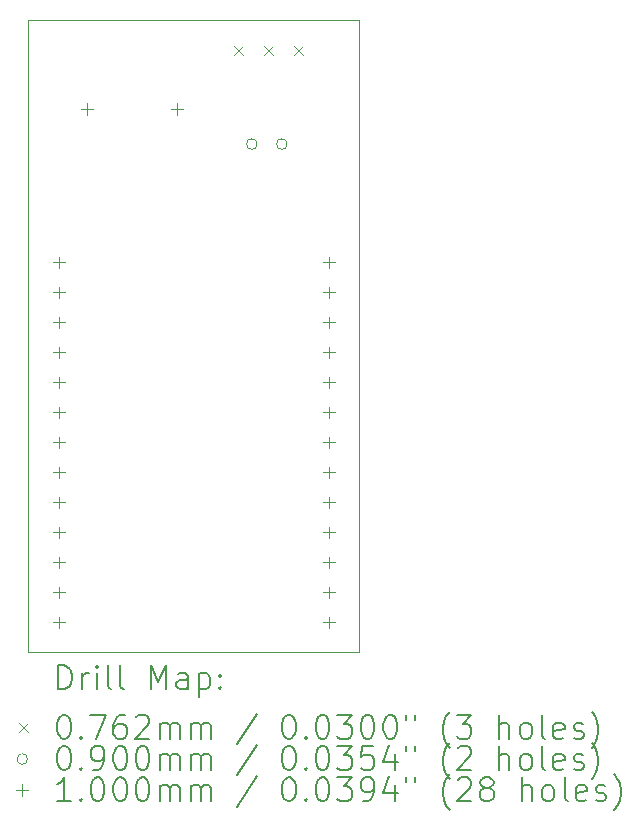
<source format=gbr>
%TF.GenerationSoftware,KiCad,Pcbnew,8.0.0*%
%TF.CreationDate,2024-03-10T12:56:01+01:00*%
%TF.ProjectId,mailboxguard_shield,6d61696c-626f-4786-9775-6172645f7368,rev?*%
%TF.SameCoordinates,Original*%
%TF.FileFunction,Drillmap*%
%TF.FilePolarity,Positive*%
%FSLAX45Y45*%
G04 Gerber Fmt 4.5, Leading zero omitted, Abs format (unit mm)*
G04 Created by KiCad (PCBNEW 8.0.0) date 2024-03-10 12:56:01*
%MOMM*%
%LPD*%
G01*
G04 APERTURE LIST*
%ADD10C,0.050000*%
%ADD11C,0.200000*%
%ADD12C,0.100000*%
G04 APERTURE END LIST*
D10*
X7450000Y-2900000D02*
X10250000Y-2900000D01*
X10250000Y-8250000D01*
X7450000Y-8250000D01*
X7450000Y-2900000D01*
D11*
D12*
X9191574Y-3115944D02*
X9267774Y-3192144D01*
X9267774Y-3115944D02*
X9191574Y-3192144D01*
X9445574Y-3115944D02*
X9521774Y-3192144D01*
X9521774Y-3115944D02*
X9445574Y-3192144D01*
X9699574Y-3115944D02*
X9775774Y-3192144D01*
X9775774Y-3115944D02*
X9699574Y-3192144D01*
X9391000Y-3950000D02*
G75*
G02*
X9301000Y-3950000I-45000J0D01*
G01*
X9301000Y-3950000D02*
G75*
G02*
X9391000Y-3950000I45000J0D01*
G01*
X9645000Y-3950000D02*
G75*
G02*
X9555000Y-3950000I-45000J0D01*
G01*
X9555000Y-3950000D02*
G75*
G02*
X9645000Y-3950000I45000J0D01*
G01*
X7714000Y-4902000D02*
X7714000Y-5002000D01*
X7664000Y-4952000D02*
X7764000Y-4952000D01*
X7714000Y-5156000D02*
X7714000Y-5256000D01*
X7664000Y-5206000D02*
X7764000Y-5206000D01*
X7714000Y-5410000D02*
X7714000Y-5510000D01*
X7664000Y-5460000D02*
X7764000Y-5460000D01*
X7714000Y-5664000D02*
X7714000Y-5764000D01*
X7664000Y-5714000D02*
X7764000Y-5714000D01*
X7714000Y-5918000D02*
X7714000Y-6018000D01*
X7664000Y-5968000D02*
X7764000Y-5968000D01*
X7714000Y-6172000D02*
X7714000Y-6272000D01*
X7664000Y-6222000D02*
X7764000Y-6222000D01*
X7714000Y-6426000D02*
X7714000Y-6526000D01*
X7664000Y-6476000D02*
X7764000Y-6476000D01*
X7714000Y-6680000D02*
X7714000Y-6780000D01*
X7664000Y-6730000D02*
X7764000Y-6730000D01*
X7714000Y-6934000D02*
X7714000Y-7034000D01*
X7664000Y-6984000D02*
X7764000Y-6984000D01*
X7714000Y-7188000D02*
X7714000Y-7288000D01*
X7664000Y-7238000D02*
X7764000Y-7238000D01*
X7714000Y-7442000D02*
X7714000Y-7542000D01*
X7664000Y-7492000D02*
X7764000Y-7492000D01*
X7714000Y-7696000D02*
X7714000Y-7796000D01*
X7664000Y-7746000D02*
X7764000Y-7746000D01*
X7714000Y-7950000D02*
X7714000Y-8050000D01*
X7664000Y-8000000D02*
X7764000Y-8000000D01*
X7950000Y-3600000D02*
X7950000Y-3700000D01*
X7900000Y-3650000D02*
X8000000Y-3650000D01*
X8710000Y-3600000D02*
X8710000Y-3700000D01*
X8660000Y-3650000D02*
X8760000Y-3650000D01*
X10000000Y-4902000D02*
X10000000Y-5002000D01*
X9950000Y-4952000D02*
X10050000Y-4952000D01*
X10000000Y-5156000D02*
X10000000Y-5256000D01*
X9950000Y-5206000D02*
X10050000Y-5206000D01*
X10000000Y-5410000D02*
X10000000Y-5510000D01*
X9950000Y-5460000D02*
X10050000Y-5460000D01*
X10000000Y-5664000D02*
X10000000Y-5764000D01*
X9950000Y-5714000D02*
X10050000Y-5714000D01*
X10000000Y-5918000D02*
X10000000Y-6018000D01*
X9950000Y-5968000D02*
X10050000Y-5968000D01*
X10000000Y-6172000D02*
X10000000Y-6272000D01*
X9950000Y-6222000D02*
X10050000Y-6222000D01*
X10000000Y-6426000D02*
X10000000Y-6526000D01*
X9950000Y-6476000D02*
X10050000Y-6476000D01*
X10000000Y-6680000D02*
X10000000Y-6780000D01*
X9950000Y-6730000D02*
X10050000Y-6730000D01*
X10000000Y-6934000D02*
X10000000Y-7034000D01*
X9950000Y-6984000D02*
X10050000Y-6984000D01*
X10000000Y-7188000D02*
X10000000Y-7288000D01*
X9950000Y-7238000D02*
X10050000Y-7238000D01*
X10000000Y-7442000D02*
X10000000Y-7542000D01*
X9950000Y-7492000D02*
X10050000Y-7492000D01*
X10000000Y-7696000D02*
X10000000Y-7796000D01*
X9950000Y-7746000D02*
X10050000Y-7746000D01*
X10000000Y-7950000D02*
X10000000Y-8050000D01*
X9950000Y-8000000D02*
X10050000Y-8000000D01*
D11*
X7708277Y-8563984D02*
X7708277Y-8363984D01*
X7708277Y-8363984D02*
X7755896Y-8363984D01*
X7755896Y-8363984D02*
X7784467Y-8373508D01*
X7784467Y-8373508D02*
X7803515Y-8392555D01*
X7803515Y-8392555D02*
X7813039Y-8411603D01*
X7813039Y-8411603D02*
X7822562Y-8449698D01*
X7822562Y-8449698D02*
X7822562Y-8478270D01*
X7822562Y-8478270D02*
X7813039Y-8516365D01*
X7813039Y-8516365D02*
X7803515Y-8535412D01*
X7803515Y-8535412D02*
X7784467Y-8554460D01*
X7784467Y-8554460D02*
X7755896Y-8563984D01*
X7755896Y-8563984D02*
X7708277Y-8563984D01*
X7908277Y-8563984D02*
X7908277Y-8430650D01*
X7908277Y-8468746D02*
X7917801Y-8449698D01*
X7917801Y-8449698D02*
X7927324Y-8440174D01*
X7927324Y-8440174D02*
X7946372Y-8430650D01*
X7946372Y-8430650D02*
X7965420Y-8430650D01*
X8032086Y-8563984D02*
X8032086Y-8430650D01*
X8032086Y-8363984D02*
X8022562Y-8373508D01*
X8022562Y-8373508D02*
X8032086Y-8383031D01*
X8032086Y-8383031D02*
X8041610Y-8373508D01*
X8041610Y-8373508D02*
X8032086Y-8363984D01*
X8032086Y-8363984D02*
X8032086Y-8383031D01*
X8155896Y-8563984D02*
X8136848Y-8554460D01*
X8136848Y-8554460D02*
X8127324Y-8535412D01*
X8127324Y-8535412D02*
X8127324Y-8363984D01*
X8260658Y-8563984D02*
X8241610Y-8554460D01*
X8241610Y-8554460D02*
X8232086Y-8535412D01*
X8232086Y-8535412D02*
X8232086Y-8363984D01*
X8489229Y-8563984D02*
X8489229Y-8363984D01*
X8489229Y-8363984D02*
X8555896Y-8506841D01*
X8555896Y-8506841D02*
X8622563Y-8363984D01*
X8622563Y-8363984D02*
X8622563Y-8563984D01*
X8803515Y-8563984D02*
X8803515Y-8459222D01*
X8803515Y-8459222D02*
X8793991Y-8440174D01*
X8793991Y-8440174D02*
X8774944Y-8430650D01*
X8774944Y-8430650D02*
X8736848Y-8430650D01*
X8736848Y-8430650D02*
X8717801Y-8440174D01*
X8803515Y-8554460D02*
X8784467Y-8563984D01*
X8784467Y-8563984D02*
X8736848Y-8563984D01*
X8736848Y-8563984D02*
X8717801Y-8554460D01*
X8717801Y-8554460D02*
X8708277Y-8535412D01*
X8708277Y-8535412D02*
X8708277Y-8516365D01*
X8708277Y-8516365D02*
X8717801Y-8497317D01*
X8717801Y-8497317D02*
X8736848Y-8487793D01*
X8736848Y-8487793D02*
X8784467Y-8487793D01*
X8784467Y-8487793D02*
X8803515Y-8478270D01*
X8898753Y-8430650D02*
X8898753Y-8630650D01*
X8898753Y-8440174D02*
X8917801Y-8430650D01*
X8917801Y-8430650D02*
X8955896Y-8430650D01*
X8955896Y-8430650D02*
X8974944Y-8440174D01*
X8974944Y-8440174D02*
X8984467Y-8449698D01*
X8984467Y-8449698D02*
X8993991Y-8468746D01*
X8993991Y-8468746D02*
X8993991Y-8525889D01*
X8993991Y-8525889D02*
X8984467Y-8544936D01*
X8984467Y-8544936D02*
X8974944Y-8554460D01*
X8974944Y-8554460D02*
X8955896Y-8563984D01*
X8955896Y-8563984D02*
X8917801Y-8563984D01*
X8917801Y-8563984D02*
X8898753Y-8554460D01*
X9079705Y-8544936D02*
X9089229Y-8554460D01*
X9089229Y-8554460D02*
X9079705Y-8563984D01*
X9079705Y-8563984D02*
X9070182Y-8554460D01*
X9070182Y-8554460D02*
X9079705Y-8544936D01*
X9079705Y-8544936D02*
X9079705Y-8563984D01*
X9079705Y-8440174D02*
X9089229Y-8449698D01*
X9089229Y-8449698D02*
X9079705Y-8459222D01*
X9079705Y-8459222D02*
X9070182Y-8449698D01*
X9070182Y-8449698D02*
X9079705Y-8440174D01*
X9079705Y-8440174D02*
X9079705Y-8459222D01*
D12*
X7371300Y-8854400D02*
X7447500Y-8930600D01*
X7447500Y-8854400D02*
X7371300Y-8930600D01*
D11*
X7746372Y-8783984D02*
X7765420Y-8783984D01*
X7765420Y-8783984D02*
X7784467Y-8793508D01*
X7784467Y-8793508D02*
X7793991Y-8803031D01*
X7793991Y-8803031D02*
X7803515Y-8822079D01*
X7803515Y-8822079D02*
X7813039Y-8860174D01*
X7813039Y-8860174D02*
X7813039Y-8907793D01*
X7813039Y-8907793D02*
X7803515Y-8945889D01*
X7803515Y-8945889D02*
X7793991Y-8964936D01*
X7793991Y-8964936D02*
X7784467Y-8974460D01*
X7784467Y-8974460D02*
X7765420Y-8983984D01*
X7765420Y-8983984D02*
X7746372Y-8983984D01*
X7746372Y-8983984D02*
X7727324Y-8974460D01*
X7727324Y-8974460D02*
X7717801Y-8964936D01*
X7717801Y-8964936D02*
X7708277Y-8945889D01*
X7708277Y-8945889D02*
X7698753Y-8907793D01*
X7698753Y-8907793D02*
X7698753Y-8860174D01*
X7698753Y-8860174D02*
X7708277Y-8822079D01*
X7708277Y-8822079D02*
X7717801Y-8803031D01*
X7717801Y-8803031D02*
X7727324Y-8793508D01*
X7727324Y-8793508D02*
X7746372Y-8783984D01*
X7898753Y-8964936D02*
X7908277Y-8974460D01*
X7908277Y-8974460D02*
X7898753Y-8983984D01*
X7898753Y-8983984D02*
X7889229Y-8974460D01*
X7889229Y-8974460D02*
X7898753Y-8964936D01*
X7898753Y-8964936D02*
X7898753Y-8983984D01*
X7974943Y-8783984D02*
X8108277Y-8783984D01*
X8108277Y-8783984D02*
X8022562Y-8983984D01*
X8270182Y-8783984D02*
X8232086Y-8783984D01*
X8232086Y-8783984D02*
X8213039Y-8793508D01*
X8213039Y-8793508D02*
X8203515Y-8803031D01*
X8203515Y-8803031D02*
X8184467Y-8831603D01*
X8184467Y-8831603D02*
X8174943Y-8869698D01*
X8174943Y-8869698D02*
X8174943Y-8945889D01*
X8174943Y-8945889D02*
X8184467Y-8964936D01*
X8184467Y-8964936D02*
X8193991Y-8974460D01*
X8193991Y-8974460D02*
X8213039Y-8983984D01*
X8213039Y-8983984D02*
X8251134Y-8983984D01*
X8251134Y-8983984D02*
X8270182Y-8974460D01*
X8270182Y-8974460D02*
X8279705Y-8964936D01*
X8279705Y-8964936D02*
X8289229Y-8945889D01*
X8289229Y-8945889D02*
X8289229Y-8898270D01*
X8289229Y-8898270D02*
X8279705Y-8879222D01*
X8279705Y-8879222D02*
X8270182Y-8869698D01*
X8270182Y-8869698D02*
X8251134Y-8860174D01*
X8251134Y-8860174D02*
X8213039Y-8860174D01*
X8213039Y-8860174D02*
X8193991Y-8869698D01*
X8193991Y-8869698D02*
X8184467Y-8879222D01*
X8184467Y-8879222D02*
X8174943Y-8898270D01*
X8365420Y-8803031D02*
X8374943Y-8793508D01*
X8374943Y-8793508D02*
X8393991Y-8783984D01*
X8393991Y-8783984D02*
X8441610Y-8783984D01*
X8441610Y-8783984D02*
X8460658Y-8793508D01*
X8460658Y-8793508D02*
X8470182Y-8803031D01*
X8470182Y-8803031D02*
X8479705Y-8822079D01*
X8479705Y-8822079D02*
X8479705Y-8841127D01*
X8479705Y-8841127D02*
X8470182Y-8869698D01*
X8470182Y-8869698D02*
X8355896Y-8983984D01*
X8355896Y-8983984D02*
X8479705Y-8983984D01*
X8565420Y-8983984D02*
X8565420Y-8850650D01*
X8565420Y-8869698D02*
X8574944Y-8860174D01*
X8574944Y-8860174D02*
X8593991Y-8850650D01*
X8593991Y-8850650D02*
X8622563Y-8850650D01*
X8622563Y-8850650D02*
X8641610Y-8860174D01*
X8641610Y-8860174D02*
X8651134Y-8879222D01*
X8651134Y-8879222D02*
X8651134Y-8983984D01*
X8651134Y-8879222D02*
X8660658Y-8860174D01*
X8660658Y-8860174D02*
X8679705Y-8850650D01*
X8679705Y-8850650D02*
X8708277Y-8850650D01*
X8708277Y-8850650D02*
X8727325Y-8860174D01*
X8727325Y-8860174D02*
X8736848Y-8879222D01*
X8736848Y-8879222D02*
X8736848Y-8983984D01*
X8832086Y-8983984D02*
X8832086Y-8850650D01*
X8832086Y-8869698D02*
X8841610Y-8860174D01*
X8841610Y-8860174D02*
X8860658Y-8850650D01*
X8860658Y-8850650D02*
X8889229Y-8850650D01*
X8889229Y-8850650D02*
X8908277Y-8860174D01*
X8908277Y-8860174D02*
X8917801Y-8879222D01*
X8917801Y-8879222D02*
X8917801Y-8983984D01*
X8917801Y-8879222D02*
X8927325Y-8860174D01*
X8927325Y-8860174D02*
X8946372Y-8850650D01*
X8946372Y-8850650D02*
X8974944Y-8850650D01*
X8974944Y-8850650D02*
X8993991Y-8860174D01*
X8993991Y-8860174D02*
X9003515Y-8879222D01*
X9003515Y-8879222D02*
X9003515Y-8983984D01*
X9393991Y-8774460D02*
X9222563Y-9031603D01*
X9651134Y-8783984D02*
X9670182Y-8783984D01*
X9670182Y-8783984D02*
X9689229Y-8793508D01*
X9689229Y-8793508D02*
X9698753Y-8803031D01*
X9698753Y-8803031D02*
X9708277Y-8822079D01*
X9708277Y-8822079D02*
X9717801Y-8860174D01*
X9717801Y-8860174D02*
X9717801Y-8907793D01*
X9717801Y-8907793D02*
X9708277Y-8945889D01*
X9708277Y-8945889D02*
X9698753Y-8964936D01*
X9698753Y-8964936D02*
X9689229Y-8974460D01*
X9689229Y-8974460D02*
X9670182Y-8983984D01*
X9670182Y-8983984D02*
X9651134Y-8983984D01*
X9651134Y-8983984D02*
X9632087Y-8974460D01*
X9632087Y-8974460D02*
X9622563Y-8964936D01*
X9622563Y-8964936D02*
X9613039Y-8945889D01*
X9613039Y-8945889D02*
X9603515Y-8907793D01*
X9603515Y-8907793D02*
X9603515Y-8860174D01*
X9603515Y-8860174D02*
X9613039Y-8822079D01*
X9613039Y-8822079D02*
X9622563Y-8803031D01*
X9622563Y-8803031D02*
X9632087Y-8793508D01*
X9632087Y-8793508D02*
X9651134Y-8783984D01*
X9803515Y-8964936D02*
X9813039Y-8974460D01*
X9813039Y-8974460D02*
X9803515Y-8983984D01*
X9803515Y-8983984D02*
X9793991Y-8974460D01*
X9793991Y-8974460D02*
X9803515Y-8964936D01*
X9803515Y-8964936D02*
X9803515Y-8983984D01*
X9936848Y-8783984D02*
X9955896Y-8783984D01*
X9955896Y-8783984D02*
X9974944Y-8793508D01*
X9974944Y-8793508D02*
X9984468Y-8803031D01*
X9984468Y-8803031D02*
X9993991Y-8822079D01*
X9993991Y-8822079D02*
X10003515Y-8860174D01*
X10003515Y-8860174D02*
X10003515Y-8907793D01*
X10003515Y-8907793D02*
X9993991Y-8945889D01*
X9993991Y-8945889D02*
X9984468Y-8964936D01*
X9984468Y-8964936D02*
X9974944Y-8974460D01*
X9974944Y-8974460D02*
X9955896Y-8983984D01*
X9955896Y-8983984D02*
X9936848Y-8983984D01*
X9936848Y-8983984D02*
X9917801Y-8974460D01*
X9917801Y-8974460D02*
X9908277Y-8964936D01*
X9908277Y-8964936D02*
X9898753Y-8945889D01*
X9898753Y-8945889D02*
X9889229Y-8907793D01*
X9889229Y-8907793D02*
X9889229Y-8860174D01*
X9889229Y-8860174D02*
X9898753Y-8822079D01*
X9898753Y-8822079D02*
X9908277Y-8803031D01*
X9908277Y-8803031D02*
X9917801Y-8793508D01*
X9917801Y-8793508D02*
X9936848Y-8783984D01*
X10070182Y-8783984D02*
X10193991Y-8783984D01*
X10193991Y-8783984D02*
X10127325Y-8860174D01*
X10127325Y-8860174D02*
X10155896Y-8860174D01*
X10155896Y-8860174D02*
X10174944Y-8869698D01*
X10174944Y-8869698D02*
X10184468Y-8879222D01*
X10184468Y-8879222D02*
X10193991Y-8898270D01*
X10193991Y-8898270D02*
X10193991Y-8945889D01*
X10193991Y-8945889D02*
X10184468Y-8964936D01*
X10184468Y-8964936D02*
X10174944Y-8974460D01*
X10174944Y-8974460D02*
X10155896Y-8983984D01*
X10155896Y-8983984D02*
X10098753Y-8983984D01*
X10098753Y-8983984D02*
X10079706Y-8974460D01*
X10079706Y-8974460D02*
X10070182Y-8964936D01*
X10317801Y-8783984D02*
X10336849Y-8783984D01*
X10336849Y-8783984D02*
X10355896Y-8793508D01*
X10355896Y-8793508D02*
X10365420Y-8803031D01*
X10365420Y-8803031D02*
X10374944Y-8822079D01*
X10374944Y-8822079D02*
X10384468Y-8860174D01*
X10384468Y-8860174D02*
X10384468Y-8907793D01*
X10384468Y-8907793D02*
X10374944Y-8945889D01*
X10374944Y-8945889D02*
X10365420Y-8964936D01*
X10365420Y-8964936D02*
X10355896Y-8974460D01*
X10355896Y-8974460D02*
X10336849Y-8983984D01*
X10336849Y-8983984D02*
X10317801Y-8983984D01*
X10317801Y-8983984D02*
X10298753Y-8974460D01*
X10298753Y-8974460D02*
X10289229Y-8964936D01*
X10289229Y-8964936D02*
X10279706Y-8945889D01*
X10279706Y-8945889D02*
X10270182Y-8907793D01*
X10270182Y-8907793D02*
X10270182Y-8860174D01*
X10270182Y-8860174D02*
X10279706Y-8822079D01*
X10279706Y-8822079D02*
X10289229Y-8803031D01*
X10289229Y-8803031D02*
X10298753Y-8793508D01*
X10298753Y-8793508D02*
X10317801Y-8783984D01*
X10508277Y-8783984D02*
X10527325Y-8783984D01*
X10527325Y-8783984D02*
X10546372Y-8793508D01*
X10546372Y-8793508D02*
X10555896Y-8803031D01*
X10555896Y-8803031D02*
X10565420Y-8822079D01*
X10565420Y-8822079D02*
X10574944Y-8860174D01*
X10574944Y-8860174D02*
X10574944Y-8907793D01*
X10574944Y-8907793D02*
X10565420Y-8945889D01*
X10565420Y-8945889D02*
X10555896Y-8964936D01*
X10555896Y-8964936D02*
X10546372Y-8974460D01*
X10546372Y-8974460D02*
X10527325Y-8983984D01*
X10527325Y-8983984D02*
X10508277Y-8983984D01*
X10508277Y-8983984D02*
X10489229Y-8974460D01*
X10489229Y-8974460D02*
X10479706Y-8964936D01*
X10479706Y-8964936D02*
X10470182Y-8945889D01*
X10470182Y-8945889D02*
X10460658Y-8907793D01*
X10460658Y-8907793D02*
X10460658Y-8860174D01*
X10460658Y-8860174D02*
X10470182Y-8822079D01*
X10470182Y-8822079D02*
X10479706Y-8803031D01*
X10479706Y-8803031D02*
X10489229Y-8793508D01*
X10489229Y-8793508D02*
X10508277Y-8783984D01*
X10651134Y-8783984D02*
X10651134Y-8822079D01*
X10727325Y-8783984D02*
X10727325Y-8822079D01*
X11022563Y-9060174D02*
X11013039Y-9050650D01*
X11013039Y-9050650D02*
X10993991Y-9022079D01*
X10993991Y-9022079D02*
X10984468Y-9003031D01*
X10984468Y-9003031D02*
X10974944Y-8974460D01*
X10974944Y-8974460D02*
X10965420Y-8926841D01*
X10965420Y-8926841D02*
X10965420Y-8888746D01*
X10965420Y-8888746D02*
X10974944Y-8841127D01*
X10974944Y-8841127D02*
X10984468Y-8812555D01*
X10984468Y-8812555D02*
X10993991Y-8793508D01*
X10993991Y-8793508D02*
X11013039Y-8764936D01*
X11013039Y-8764936D02*
X11022563Y-8755412D01*
X11079706Y-8783984D02*
X11203515Y-8783984D01*
X11203515Y-8783984D02*
X11136849Y-8860174D01*
X11136849Y-8860174D02*
X11165420Y-8860174D01*
X11165420Y-8860174D02*
X11184468Y-8869698D01*
X11184468Y-8869698D02*
X11193991Y-8879222D01*
X11193991Y-8879222D02*
X11203515Y-8898270D01*
X11203515Y-8898270D02*
X11203515Y-8945889D01*
X11203515Y-8945889D02*
X11193991Y-8964936D01*
X11193991Y-8964936D02*
X11184468Y-8974460D01*
X11184468Y-8974460D02*
X11165420Y-8983984D01*
X11165420Y-8983984D02*
X11108277Y-8983984D01*
X11108277Y-8983984D02*
X11089230Y-8974460D01*
X11089230Y-8974460D02*
X11079706Y-8964936D01*
X11441610Y-8983984D02*
X11441610Y-8783984D01*
X11527325Y-8983984D02*
X11527325Y-8879222D01*
X11527325Y-8879222D02*
X11517801Y-8860174D01*
X11517801Y-8860174D02*
X11498753Y-8850650D01*
X11498753Y-8850650D02*
X11470182Y-8850650D01*
X11470182Y-8850650D02*
X11451134Y-8860174D01*
X11451134Y-8860174D02*
X11441610Y-8869698D01*
X11651134Y-8983984D02*
X11632087Y-8974460D01*
X11632087Y-8974460D02*
X11622563Y-8964936D01*
X11622563Y-8964936D02*
X11613039Y-8945889D01*
X11613039Y-8945889D02*
X11613039Y-8888746D01*
X11613039Y-8888746D02*
X11622563Y-8869698D01*
X11622563Y-8869698D02*
X11632087Y-8860174D01*
X11632087Y-8860174D02*
X11651134Y-8850650D01*
X11651134Y-8850650D02*
X11679706Y-8850650D01*
X11679706Y-8850650D02*
X11698753Y-8860174D01*
X11698753Y-8860174D02*
X11708277Y-8869698D01*
X11708277Y-8869698D02*
X11717801Y-8888746D01*
X11717801Y-8888746D02*
X11717801Y-8945889D01*
X11717801Y-8945889D02*
X11708277Y-8964936D01*
X11708277Y-8964936D02*
X11698753Y-8974460D01*
X11698753Y-8974460D02*
X11679706Y-8983984D01*
X11679706Y-8983984D02*
X11651134Y-8983984D01*
X11832087Y-8983984D02*
X11813039Y-8974460D01*
X11813039Y-8974460D02*
X11803515Y-8955412D01*
X11803515Y-8955412D02*
X11803515Y-8783984D01*
X11984468Y-8974460D02*
X11965420Y-8983984D01*
X11965420Y-8983984D02*
X11927325Y-8983984D01*
X11927325Y-8983984D02*
X11908277Y-8974460D01*
X11908277Y-8974460D02*
X11898753Y-8955412D01*
X11898753Y-8955412D02*
X11898753Y-8879222D01*
X11898753Y-8879222D02*
X11908277Y-8860174D01*
X11908277Y-8860174D02*
X11927325Y-8850650D01*
X11927325Y-8850650D02*
X11965420Y-8850650D01*
X11965420Y-8850650D02*
X11984468Y-8860174D01*
X11984468Y-8860174D02*
X11993991Y-8879222D01*
X11993991Y-8879222D02*
X11993991Y-8898270D01*
X11993991Y-8898270D02*
X11898753Y-8917317D01*
X12070182Y-8974460D02*
X12089230Y-8983984D01*
X12089230Y-8983984D02*
X12127325Y-8983984D01*
X12127325Y-8983984D02*
X12146372Y-8974460D01*
X12146372Y-8974460D02*
X12155896Y-8955412D01*
X12155896Y-8955412D02*
X12155896Y-8945889D01*
X12155896Y-8945889D02*
X12146372Y-8926841D01*
X12146372Y-8926841D02*
X12127325Y-8917317D01*
X12127325Y-8917317D02*
X12098753Y-8917317D01*
X12098753Y-8917317D02*
X12079706Y-8907793D01*
X12079706Y-8907793D02*
X12070182Y-8888746D01*
X12070182Y-8888746D02*
X12070182Y-8879222D01*
X12070182Y-8879222D02*
X12079706Y-8860174D01*
X12079706Y-8860174D02*
X12098753Y-8850650D01*
X12098753Y-8850650D02*
X12127325Y-8850650D01*
X12127325Y-8850650D02*
X12146372Y-8860174D01*
X12222563Y-9060174D02*
X12232087Y-9050650D01*
X12232087Y-9050650D02*
X12251134Y-9022079D01*
X12251134Y-9022079D02*
X12260658Y-9003031D01*
X12260658Y-9003031D02*
X12270182Y-8974460D01*
X12270182Y-8974460D02*
X12279706Y-8926841D01*
X12279706Y-8926841D02*
X12279706Y-8888746D01*
X12279706Y-8888746D02*
X12270182Y-8841127D01*
X12270182Y-8841127D02*
X12260658Y-8812555D01*
X12260658Y-8812555D02*
X12251134Y-8793508D01*
X12251134Y-8793508D02*
X12232087Y-8764936D01*
X12232087Y-8764936D02*
X12222563Y-8755412D01*
D12*
X7447500Y-9156500D02*
G75*
G02*
X7357500Y-9156500I-45000J0D01*
G01*
X7357500Y-9156500D02*
G75*
G02*
X7447500Y-9156500I45000J0D01*
G01*
D11*
X7746372Y-9047984D02*
X7765420Y-9047984D01*
X7765420Y-9047984D02*
X7784467Y-9057508D01*
X7784467Y-9057508D02*
X7793991Y-9067031D01*
X7793991Y-9067031D02*
X7803515Y-9086079D01*
X7803515Y-9086079D02*
X7813039Y-9124174D01*
X7813039Y-9124174D02*
X7813039Y-9171793D01*
X7813039Y-9171793D02*
X7803515Y-9209889D01*
X7803515Y-9209889D02*
X7793991Y-9228936D01*
X7793991Y-9228936D02*
X7784467Y-9238460D01*
X7784467Y-9238460D02*
X7765420Y-9247984D01*
X7765420Y-9247984D02*
X7746372Y-9247984D01*
X7746372Y-9247984D02*
X7727324Y-9238460D01*
X7727324Y-9238460D02*
X7717801Y-9228936D01*
X7717801Y-9228936D02*
X7708277Y-9209889D01*
X7708277Y-9209889D02*
X7698753Y-9171793D01*
X7698753Y-9171793D02*
X7698753Y-9124174D01*
X7698753Y-9124174D02*
X7708277Y-9086079D01*
X7708277Y-9086079D02*
X7717801Y-9067031D01*
X7717801Y-9067031D02*
X7727324Y-9057508D01*
X7727324Y-9057508D02*
X7746372Y-9047984D01*
X7898753Y-9228936D02*
X7908277Y-9238460D01*
X7908277Y-9238460D02*
X7898753Y-9247984D01*
X7898753Y-9247984D02*
X7889229Y-9238460D01*
X7889229Y-9238460D02*
X7898753Y-9228936D01*
X7898753Y-9228936D02*
X7898753Y-9247984D01*
X8003515Y-9247984D02*
X8041610Y-9247984D01*
X8041610Y-9247984D02*
X8060658Y-9238460D01*
X8060658Y-9238460D02*
X8070182Y-9228936D01*
X8070182Y-9228936D02*
X8089229Y-9200365D01*
X8089229Y-9200365D02*
X8098753Y-9162270D01*
X8098753Y-9162270D02*
X8098753Y-9086079D01*
X8098753Y-9086079D02*
X8089229Y-9067031D01*
X8089229Y-9067031D02*
X8079705Y-9057508D01*
X8079705Y-9057508D02*
X8060658Y-9047984D01*
X8060658Y-9047984D02*
X8022562Y-9047984D01*
X8022562Y-9047984D02*
X8003515Y-9057508D01*
X8003515Y-9057508D02*
X7993991Y-9067031D01*
X7993991Y-9067031D02*
X7984467Y-9086079D01*
X7984467Y-9086079D02*
X7984467Y-9133698D01*
X7984467Y-9133698D02*
X7993991Y-9152746D01*
X7993991Y-9152746D02*
X8003515Y-9162270D01*
X8003515Y-9162270D02*
X8022562Y-9171793D01*
X8022562Y-9171793D02*
X8060658Y-9171793D01*
X8060658Y-9171793D02*
X8079705Y-9162270D01*
X8079705Y-9162270D02*
X8089229Y-9152746D01*
X8089229Y-9152746D02*
X8098753Y-9133698D01*
X8222562Y-9047984D02*
X8241610Y-9047984D01*
X8241610Y-9047984D02*
X8260658Y-9057508D01*
X8260658Y-9057508D02*
X8270182Y-9067031D01*
X8270182Y-9067031D02*
X8279705Y-9086079D01*
X8279705Y-9086079D02*
X8289229Y-9124174D01*
X8289229Y-9124174D02*
X8289229Y-9171793D01*
X8289229Y-9171793D02*
X8279705Y-9209889D01*
X8279705Y-9209889D02*
X8270182Y-9228936D01*
X8270182Y-9228936D02*
X8260658Y-9238460D01*
X8260658Y-9238460D02*
X8241610Y-9247984D01*
X8241610Y-9247984D02*
X8222562Y-9247984D01*
X8222562Y-9247984D02*
X8203515Y-9238460D01*
X8203515Y-9238460D02*
X8193991Y-9228936D01*
X8193991Y-9228936D02*
X8184467Y-9209889D01*
X8184467Y-9209889D02*
X8174943Y-9171793D01*
X8174943Y-9171793D02*
X8174943Y-9124174D01*
X8174943Y-9124174D02*
X8184467Y-9086079D01*
X8184467Y-9086079D02*
X8193991Y-9067031D01*
X8193991Y-9067031D02*
X8203515Y-9057508D01*
X8203515Y-9057508D02*
X8222562Y-9047984D01*
X8413039Y-9047984D02*
X8432086Y-9047984D01*
X8432086Y-9047984D02*
X8451134Y-9057508D01*
X8451134Y-9057508D02*
X8460658Y-9067031D01*
X8460658Y-9067031D02*
X8470182Y-9086079D01*
X8470182Y-9086079D02*
X8479705Y-9124174D01*
X8479705Y-9124174D02*
X8479705Y-9171793D01*
X8479705Y-9171793D02*
X8470182Y-9209889D01*
X8470182Y-9209889D02*
X8460658Y-9228936D01*
X8460658Y-9228936D02*
X8451134Y-9238460D01*
X8451134Y-9238460D02*
X8432086Y-9247984D01*
X8432086Y-9247984D02*
X8413039Y-9247984D01*
X8413039Y-9247984D02*
X8393991Y-9238460D01*
X8393991Y-9238460D02*
X8384467Y-9228936D01*
X8384467Y-9228936D02*
X8374943Y-9209889D01*
X8374943Y-9209889D02*
X8365420Y-9171793D01*
X8365420Y-9171793D02*
X8365420Y-9124174D01*
X8365420Y-9124174D02*
X8374943Y-9086079D01*
X8374943Y-9086079D02*
X8384467Y-9067031D01*
X8384467Y-9067031D02*
X8393991Y-9057508D01*
X8393991Y-9057508D02*
X8413039Y-9047984D01*
X8565420Y-9247984D02*
X8565420Y-9114650D01*
X8565420Y-9133698D02*
X8574944Y-9124174D01*
X8574944Y-9124174D02*
X8593991Y-9114650D01*
X8593991Y-9114650D02*
X8622563Y-9114650D01*
X8622563Y-9114650D02*
X8641610Y-9124174D01*
X8641610Y-9124174D02*
X8651134Y-9143222D01*
X8651134Y-9143222D02*
X8651134Y-9247984D01*
X8651134Y-9143222D02*
X8660658Y-9124174D01*
X8660658Y-9124174D02*
X8679705Y-9114650D01*
X8679705Y-9114650D02*
X8708277Y-9114650D01*
X8708277Y-9114650D02*
X8727325Y-9124174D01*
X8727325Y-9124174D02*
X8736848Y-9143222D01*
X8736848Y-9143222D02*
X8736848Y-9247984D01*
X8832086Y-9247984D02*
X8832086Y-9114650D01*
X8832086Y-9133698D02*
X8841610Y-9124174D01*
X8841610Y-9124174D02*
X8860658Y-9114650D01*
X8860658Y-9114650D02*
X8889229Y-9114650D01*
X8889229Y-9114650D02*
X8908277Y-9124174D01*
X8908277Y-9124174D02*
X8917801Y-9143222D01*
X8917801Y-9143222D02*
X8917801Y-9247984D01*
X8917801Y-9143222D02*
X8927325Y-9124174D01*
X8927325Y-9124174D02*
X8946372Y-9114650D01*
X8946372Y-9114650D02*
X8974944Y-9114650D01*
X8974944Y-9114650D02*
X8993991Y-9124174D01*
X8993991Y-9124174D02*
X9003515Y-9143222D01*
X9003515Y-9143222D02*
X9003515Y-9247984D01*
X9393991Y-9038460D02*
X9222563Y-9295603D01*
X9651134Y-9047984D02*
X9670182Y-9047984D01*
X9670182Y-9047984D02*
X9689229Y-9057508D01*
X9689229Y-9057508D02*
X9698753Y-9067031D01*
X9698753Y-9067031D02*
X9708277Y-9086079D01*
X9708277Y-9086079D02*
X9717801Y-9124174D01*
X9717801Y-9124174D02*
X9717801Y-9171793D01*
X9717801Y-9171793D02*
X9708277Y-9209889D01*
X9708277Y-9209889D02*
X9698753Y-9228936D01*
X9698753Y-9228936D02*
X9689229Y-9238460D01*
X9689229Y-9238460D02*
X9670182Y-9247984D01*
X9670182Y-9247984D02*
X9651134Y-9247984D01*
X9651134Y-9247984D02*
X9632087Y-9238460D01*
X9632087Y-9238460D02*
X9622563Y-9228936D01*
X9622563Y-9228936D02*
X9613039Y-9209889D01*
X9613039Y-9209889D02*
X9603515Y-9171793D01*
X9603515Y-9171793D02*
X9603515Y-9124174D01*
X9603515Y-9124174D02*
X9613039Y-9086079D01*
X9613039Y-9086079D02*
X9622563Y-9067031D01*
X9622563Y-9067031D02*
X9632087Y-9057508D01*
X9632087Y-9057508D02*
X9651134Y-9047984D01*
X9803515Y-9228936D02*
X9813039Y-9238460D01*
X9813039Y-9238460D02*
X9803515Y-9247984D01*
X9803515Y-9247984D02*
X9793991Y-9238460D01*
X9793991Y-9238460D02*
X9803515Y-9228936D01*
X9803515Y-9228936D02*
X9803515Y-9247984D01*
X9936848Y-9047984D02*
X9955896Y-9047984D01*
X9955896Y-9047984D02*
X9974944Y-9057508D01*
X9974944Y-9057508D02*
X9984468Y-9067031D01*
X9984468Y-9067031D02*
X9993991Y-9086079D01*
X9993991Y-9086079D02*
X10003515Y-9124174D01*
X10003515Y-9124174D02*
X10003515Y-9171793D01*
X10003515Y-9171793D02*
X9993991Y-9209889D01*
X9993991Y-9209889D02*
X9984468Y-9228936D01*
X9984468Y-9228936D02*
X9974944Y-9238460D01*
X9974944Y-9238460D02*
X9955896Y-9247984D01*
X9955896Y-9247984D02*
X9936848Y-9247984D01*
X9936848Y-9247984D02*
X9917801Y-9238460D01*
X9917801Y-9238460D02*
X9908277Y-9228936D01*
X9908277Y-9228936D02*
X9898753Y-9209889D01*
X9898753Y-9209889D02*
X9889229Y-9171793D01*
X9889229Y-9171793D02*
X9889229Y-9124174D01*
X9889229Y-9124174D02*
X9898753Y-9086079D01*
X9898753Y-9086079D02*
X9908277Y-9067031D01*
X9908277Y-9067031D02*
X9917801Y-9057508D01*
X9917801Y-9057508D02*
X9936848Y-9047984D01*
X10070182Y-9047984D02*
X10193991Y-9047984D01*
X10193991Y-9047984D02*
X10127325Y-9124174D01*
X10127325Y-9124174D02*
X10155896Y-9124174D01*
X10155896Y-9124174D02*
X10174944Y-9133698D01*
X10174944Y-9133698D02*
X10184468Y-9143222D01*
X10184468Y-9143222D02*
X10193991Y-9162270D01*
X10193991Y-9162270D02*
X10193991Y-9209889D01*
X10193991Y-9209889D02*
X10184468Y-9228936D01*
X10184468Y-9228936D02*
X10174944Y-9238460D01*
X10174944Y-9238460D02*
X10155896Y-9247984D01*
X10155896Y-9247984D02*
X10098753Y-9247984D01*
X10098753Y-9247984D02*
X10079706Y-9238460D01*
X10079706Y-9238460D02*
X10070182Y-9228936D01*
X10374944Y-9047984D02*
X10279706Y-9047984D01*
X10279706Y-9047984D02*
X10270182Y-9143222D01*
X10270182Y-9143222D02*
X10279706Y-9133698D01*
X10279706Y-9133698D02*
X10298753Y-9124174D01*
X10298753Y-9124174D02*
X10346372Y-9124174D01*
X10346372Y-9124174D02*
X10365420Y-9133698D01*
X10365420Y-9133698D02*
X10374944Y-9143222D01*
X10374944Y-9143222D02*
X10384468Y-9162270D01*
X10384468Y-9162270D02*
X10384468Y-9209889D01*
X10384468Y-9209889D02*
X10374944Y-9228936D01*
X10374944Y-9228936D02*
X10365420Y-9238460D01*
X10365420Y-9238460D02*
X10346372Y-9247984D01*
X10346372Y-9247984D02*
X10298753Y-9247984D01*
X10298753Y-9247984D02*
X10279706Y-9238460D01*
X10279706Y-9238460D02*
X10270182Y-9228936D01*
X10555896Y-9114650D02*
X10555896Y-9247984D01*
X10508277Y-9038460D02*
X10460658Y-9181317D01*
X10460658Y-9181317D02*
X10584468Y-9181317D01*
X10651134Y-9047984D02*
X10651134Y-9086079D01*
X10727325Y-9047984D02*
X10727325Y-9086079D01*
X11022563Y-9324174D02*
X11013039Y-9314650D01*
X11013039Y-9314650D02*
X10993991Y-9286079D01*
X10993991Y-9286079D02*
X10984468Y-9267031D01*
X10984468Y-9267031D02*
X10974944Y-9238460D01*
X10974944Y-9238460D02*
X10965420Y-9190841D01*
X10965420Y-9190841D02*
X10965420Y-9152746D01*
X10965420Y-9152746D02*
X10974944Y-9105127D01*
X10974944Y-9105127D02*
X10984468Y-9076555D01*
X10984468Y-9076555D02*
X10993991Y-9057508D01*
X10993991Y-9057508D02*
X11013039Y-9028936D01*
X11013039Y-9028936D02*
X11022563Y-9019412D01*
X11089230Y-9067031D02*
X11098753Y-9057508D01*
X11098753Y-9057508D02*
X11117801Y-9047984D01*
X11117801Y-9047984D02*
X11165420Y-9047984D01*
X11165420Y-9047984D02*
X11184468Y-9057508D01*
X11184468Y-9057508D02*
X11193991Y-9067031D01*
X11193991Y-9067031D02*
X11203515Y-9086079D01*
X11203515Y-9086079D02*
X11203515Y-9105127D01*
X11203515Y-9105127D02*
X11193991Y-9133698D01*
X11193991Y-9133698D02*
X11079706Y-9247984D01*
X11079706Y-9247984D02*
X11203515Y-9247984D01*
X11441610Y-9247984D02*
X11441610Y-9047984D01*
X11527325Y-9247984D02*
X11527325Y-9143222D01*
X11527325Y-9143222D02*
X11517801Y-9124174D01*
X11517801Y-9124174D02*
X11498753Y-9114650D01*
X11498753Y-9114650D02*
X11470182Y-9114650D01*
X11470182Y-9114650D02*
X11451134Y-9124174D01*
X11451134Y-9124174D02*
X11441610Y-9133698D01*
X11651134Y-9247984D02*
X11632087Y-9238460D01*
X11632087Y-9238460D02*
X11622563Y-9228936D01*
X11622563Y-9228936D02*
X11613039Y-9209889D01*
X11613039Y-9209889D02*
X11613039Y-9152746D01*
X11613039Y-9152746D02*
X11622563Y-9133698D01*
X11622563Y-9133698D02*
X11632087Y-9124174D01*
X11632087Y-9124174D02*
X11651134Y-9114650D01*
X11651134Y-9114650D02*
X11679706Y-9114650D01*
X11679706Y-9114650D02*
X11698753Y-9124174D01*
X11698753Y-9124174D02*
X11708277Y-9133698D01*
X11708277Y-9133698D02*
X11717801Y-9152746D01*
X11717801Y-9152746D02*
X11717801Y-9209889D01*
X11717801Y-9209889D02*
X11708277Y-9228936D01*
X11708277Y-9228936D02*
X11698753Y-9238460D01*
X11698753Y-9238460D02*
X11679706Y-9247984D01*
X11679706Y-9247984D02*
X11651134Y-9247984D01*
X11832087Y-9247984D02*
X11813039Y-9238460D01*
X11813039Y-9238460D02*
X11803515Y-9219412D01*
X11803515Y-9219412D02*
X11803515Y-9047984D01*
X11984468Y-9238460D02*
X11965420Y-9247984D01*
X11965420Y-9247984D02*
X11927325Y-9247984D01*
X11927325Y-9247984D02*
X11908277Y-9238460D01*
X11908277Y-9238460D02*
X11898753Y-9219412D01*
X11898753Y-9219412D02*
X11898753Y-9143222D01*
X11898753Y-9143222D02*
X11908277Y-9124174D01*
X11908277Y-9124174D02*
X11927325Y-9114650D01*
X11927325Y-9114650D02*
X11965420Y-9114650D01*
X11965420Y-9114650D02*
X11984468Y-9124174D01*
X11984468Y-9124174D02*
X11993991Y-9143222D01*
X11993991Y-9143222D02*
X11993991Y-9162270D01*
X11993991Y-9162270D02*
X11898753Y-9181317D01*
X12070182Y-9238460D02*
X12089230Y-9247984D01*
X12089230Y-9247984D02*
X12127325Y-9247984D01*
X12127325Y-9247984D02*
X12146372Y-9238460D01*
X12146372Y-9238460D02*
X12155896Y-9219412D01*
X12155896Y-9219412D02*
X12155896Y-9209889D01*
X12155896Y-9209889D02*
X12146372Y-9190841D01*
X12146372Y-9190841D02*
X12127325Y-9181317D01*
X12127325Y-9181317D02*
X12098753Y-9181317D01*
X12098753Y-9181317D02*
X12079706Y-9171793D01*
X12079706Y-9171793D02*
X12070182Y-9152746D01*
X12070182Y-9152746D02*
X12070182Y-9143222D01*
X12070182Y-9143222D02*
X12079706Y-9124174D01*
X12079706Y-9124174D02*
X12098753Y-9114650D01*
X12098753Y-9114650D02*
X12127325Y-9114650D01*
X12127325Y-9114650D02*
X12146372Y-9124174D01*
X12222563Y-9324174D02*
X12232087Y-9314650D01*
X12232087Y-9314650D02*
X12251134Y-9286079D01*
X12251134Y-9286079D02*
X12260658Y-9267031D01*
X12260658Y-9267031D02*
X12270182Y-9238460D01*
X12270182Y-9238460D02*
X12279706Y-9190841D01*
X12279706Y-9190841D02*
X12279706Y-9152746D01*
X12279706Y-9152746D02*
X12270182Y-9105127D01*
X12270182Y-9105127D02*
X12260658Y-9076555D01*
X12260658Y-9076555D02*
X12251134Y-9057508D01*
X12251134Y-9057508D02*
X12232087Y-9028936D01*
X12232087Y-9028936D02*
X12222563Y-9019412D01*
D12*
X7397500Y-9370500D02*
X7397500Y-9470500D01*
X7347500Y-9420500D02*
X7447500Y-9420500D01*
D11*
X7813039Y-9511984D02*
X7698753Y-9511984D01*
X7755896Y-9511984D02*
X7755896Y-9311984D01*
X7755896Y-9311984D02*
X7736848Y-9340555D01*
X7736848Y-9340555D02*
X7717801Y-9359603D01*
X7717801Y-9359603D02*
X7698753Y-9369127D01*
X7898753Y-9492936D02*
X7908277Y-9502460D01*
X7908277Y-9502460D02*
X7898753Y-9511984D01*
X7898753Y-9511984D02*
X7889229Y-9502460D01*
X7889229Y-9502460D02*
X7898753Y-9492936D01*
X7898753Y-9492936D02*
X7898753Y-9511984D01*
X8032086Y-9311984D02*
X8051134Y-9311984D01*
X8051134Y-9311984D02*
X8070182Y-9321508D01*
X8070182Y-9321508D02*
X8079705Y-9331031D01*
X8079705Y-9331031D02*
X8089229Y-9350079D01*
X8089229Y-9350079D02*
X8098753Y-9388174D01*
X8098753Y-9388174D02*
X8098753Y-9435793D01*
X8098753Y-9435793D02*
X8089229Y-9473889D01*
X8089229Y-9473889D02*
X8079705Y-9492936D01*
X8079705Y-9492936D02*
X8070182Y-9502460D01*
X8070182Y-9502460D02*
X8051134Y-9511984D01*
X8051134Y-9511984D02*
X8032086Y-9511984D01*
X8032086Y-9511984D02*
X8013039Y-9502460D01*
X8013039Y-9502460D02*
X8003515Y-9492936D01*
X8003515Y-9492936D02*
X7993991Y-9473889D01*
X7993991Y-9473889D02*
X7984467Y-9435793D01*
X7984467Y-9435793D02*
X7984467Y-9388174D01*
X7984467Y-9388174D02*
X7993991Y-9350079D01*
X7993991Y-9350079D02*
X8003515Y-9331031D01*
X8003515Y-9331031D02*
X8013039Y-9321508D01*
X8013039Y-9321508D02*
X8032086Y-9311984D01*
X8222562Y-9311984D02*
X8241610Y-9311984D01*
X8241610Y-9311984D02*
X8260658Y-9321508D01*
X8260658Y-9321508D02*
X8270182Y-9331031D01*
X8270182Y-9331031D02*
X8279705Y-9350079D01*
X8279705Y-9350079D02*
X8289229Y-9388174D01*
X8289229Y-9388174D02*
X8289229Y-9435793D01*
X8289229Y-9435793D02*
X8279705Y-9473889D01*
X8279705Y-9473889D02*
X8270182Y-9492936D01*
X8270182Y-9492936D02*
X8260658Y-9502460D01*
X8260658Y-9502460D02*
X8241610Y-9511984D01*
X8241610Y-9511984D02*
X8222562Y-9511984D01*
X8222562Y-9511984D02*
X8203515Y-9502460D01*
X8203515Y-9502460D02*
X8193991Y-9492936D01*
X8193991Y-9492936D02*
X8184467Y-9473889D01*
X8184467Y-9473889D02*
X8174943Y-9435793D01*
X8174943Y-9435793D02*
X8174943Y-9388174D01*
X8174943Y-9388174D02*
X8184467Y-9350079D01*
X8184467Y-9350079D02*
X8193991Y-9331031D01*
X8193991Y-9331031D02*
X8203515Y-9321508D01*
X8203515Y-9321508D02*
X8222562Y-9311984D01*
X8413039Y-9311984D02*
X8432086Y-9311984D01*
X8432086Y-9311984D02*
X8451134Y-9321508D01*
X8451134Y-9321508D02*
X8460658Y-9331031D01*
X8460658Y-9331031D02*
X8470182Y-9350079D01*
X8470182Y-9350079D02*
X8479705Y-9388174D01*
X8479705Y-9388174D02*
X8479705Y-9435793D01*
X8479705Y-9435793D02*
X8470182Y-9473889D01*
X8470182Y-9473889D02*
X8460658Y-9492936D01*
X8460658Y-9492936D02*
X8451134Y-9502460D01*
X8451134Y-9502460D02*
X8432086Y-9511984D01*
X8432086Y-9511984D02*
X8413039Y-9511984D01*
X8413039Y-9511984D02*
X8393991Y-9502460D01*
X8393991Y-9502460D02*
X8384467Y-9492936D01*
X8384467Y-9492936D02*
X8374943Y-9473889D01*
X8374943Y-9473889D02*
X8365420Y-9435793D01*
X8365420Y-9435793D02*
X8365420Y-9388174D01*
X8365420Y-9388174D02*
X8374943Y-9350079D01*
X8374943Y-9350079D02*
X8384467Y-9331031D01*
X8384467Y-9331031D02*
X8393991Y-9321508D01*
X8393991Y-9321508D02*
X8413039Y-9311984D01*
X8565420Y-9511984D02*
X8565420Y-9378650D01*
X8565420Y-9397698D02*
X8574944Y-9388174D01*
X8574944Y-9388174D02*
X8593991Y-9378650D01*
X8593991Y-9378650D02*
X8622563Y-9378650D01*
X8622563Y-9378650D02*
X8641610Y-9388174D01*
X8641610Y-9388174D02*
X8651134Y-9407222D01*
X8651134Y-9407222D02*
X8651134Y-9511984D01*
X8651134Y-9407222D02*
X8660658Y-9388174D01*
X8660658Y-9388174D02*
X8679705Y-9378650D01*
X8679705Y-9378650D02*
X8708277Y-9378650D01*
X8708277Y-9378650D02*
X8727325Y-9388174D01*
X8727325Y-9388174D02*
X8736848Y-9407222D01*
X8736848Y-9407222D02*
X8736848Y-9511984D01*
X8832086Y-9511984D02*
X8832086Y-9378650D01*
X8832086Y-9397698D02*
X8841610Y-9388174D01*
X8841610Y-9388174D02*
X8860658Y-9378650D01*
X8860658Y-9378650D02*
X8889229Y-9378650D01*
X8889229Y-9378650D02*
X8908277Y-9388174D01*
X8908277Y-9388174D02*
X8917801Y-9407222D01*
X8917801Y-9407222D02*
X8917801Y-9511984D01*
X8917801Y-9407222D02*
X8927325Y-9388174D01*
X8927325Y-9388174D02*
X8946372Y-9378650D01*
X8946372Y-9378650D02*
X8974944Y-9378650D01*
X8974944Y-9378650D02*
X8993991Y-9388174D01*
X8993991Y-9388174D02*
X9003515Y-9407222D01*
X9003515Y-9407222D02*
X9003515Y-9511984D01*
X9393991Y-9302460D02*
X9222563Y-9559603D01*
X9651134Y-9311984D02*
X9670182Y-9311984D01*
X9670182Y-9311984D02*
X9689229Y-9321508D01*
X9689229Y-9321508D02*
X9698753Y-9331031D01*
X9698753Y-9331031D02*
X9708277Y-9350079D01*
X9708277Y-9350079D02*
X9717801Y-9388174D01*
X9717801Y-9388174D02*
X9717801Y-9435793D01*
X9717801Y-9435793D02*
X9708277Y-9473889D01*
X9708277Y-9473889D02*
X9698753Y-9492936D01*
X9698753Y-9492936D02*
X9689229Y-9502460D01*
X9689229Y-9502460D02*
X9670182Y-9511984D01*
X9670182Y-9511984D02*
X9651134Y-9511984D01*
X9651134Y-9511984D02*
X9632087Y-9502460D01*
X9632087Y-9502460D02*
X9622563Y-9492936D01*
X9622563Y-9492936D02*
X9613039Y-9473889D01*
X9613039Y-9473889D02*
X9603515Y-9435793D01*
X9603515Y-9435793D02*
X9603515Y-9388174D01*
X9603515Y-9388174D02*
X9613039Y-9350079D01*
X9613039Y-9350079D02*
X9622563Y-9331031D01*
X9622563Y-9331031D02*
X9632087Y-9321508D01*
X9632087Y-9321508D02*
X9651134Y-9311984D01*
X9803515Y-9492936D02*
X9813039Y-9502460D01*
X9813039Y-9502460D02*
X9803515Y-9511984D01*
X9803515Y-9511984D02*
X9793991Y-9502460D01*
X9793991Y-9502460D02*
X9803515Y-9492936D01*
X9803515Y-9492936D02*
X9803515Y-9511984D01*
X9936848Y-9311984D02*
X9955896Y-9311984D01*
X9955896Y-9311984D02*
X9974944Y-9321508D01*
X9974944Y-9321508D02*
X9984468Y-9331031D01*
X9984468Y-9331031D02*
X9993991Y-9350079D01*
X9993991Y-9350079D02*
X10003515Y-9388174D01*
X10003515Y-9388174D02*
X10003515Y-9435793D01*
X10003515Y-9435793D02*
X9993991Y-9473889D01*
X9993991Y-9473889D02*
X9984468Y-9492936D01*
X9984468Y-9492936D02*
X9974944Y-9502460D01*
X9974944Y-9502460D02*
X9955896Y-9511984D01*
X9955896Y-9511984D02*
X9936848Y-9511984D01*
X9936848Y-9511984D02*
X9917801Y-9502460D01*
X9917801Y-9502460D02*
X9908277Y-9492936D01*
X9908277Y-9492936D02*
X9898753Y-9473889D01*
X9898753Y-9473889D02*
X9889229Y-9435793D01*
X9889229Y-9435793D02*
X9889229Y-9388174D01*
X9889229Y-9388174D02*
X9898753Y-9350079D01*
X9898753Y-9350079D02*
X9908277Y-9331031D01*
X9908277Y-9331031D02*
X9917801Y-9321508D01*
X9917801Y-9321508D02*
X9936848Y-9311984D01*
X10070182Y-9311984D02*
X10193991Y-9311984D01*
X10193991Y-9311984D02*
X10127325Y-9388174D01*
X10127325Y-9388174D02*
X10155896Y-9388174D01*
X10155896Y-9388174D02*
X10174944Y-9397698D01*
X10174944Y-9397698D02*
X10184468Y-9407222D01*
X10184468Y-9407222D02*
X10193991Y-9426270D01*
X10193991Y-9426270D02*
X10193991Y-9473889D01*
X10193991Y-9473889D02*
X10184468Y-9492936D01*
X10184468Y-9492936D02*
X10174944Y-9502460D01*
X10174944Y-9502460D02*
X10155896Y-9511984D01*
X10155896Y-9511984D02*
X10098753Y-9511984D01*
X10098753Y-9511984D02*
X10079706Y-9502460D01*
X10079706Y-9502460D02*
X10070182Y-9492936D01*
X10289229Y-9511984D02*
X10327325Y-9511984D01*
X10327325Y-9511984D02*
X10346372Y-9502460D01*
X10346372Y-9502460D02*
X10355896Y-9492936D01*
X10355896Y-9492936D02*
X10374944Y-9464365D01*
X10374944Y-9464365D02*
X10384468Y-9426270D01*
X10384468Y-9426270D02*
X10384468Y-9350079D01*
X10384468Y-9350079D02*
X10374944Y-9331031D01*
X10374944Y-9331031D02*
X10365420Y-9321508D01*
X10365420Y-9321508D02*
X10346372Y-9311984D01*
X10346372Y-9311984D02*
X10308277Y-9311984D01*
X10308277Y-9311984D02*
X10289229Y-9321508D01*
X10289229Y-9321508D02*
X10279706Y-9331031D01*
X10279706Y-9331031D02*
X10270182Y-9350079D01*
X10270182Y-9350079D02*
X10270182Y-9397698D01*
X10270182Y-9397698D02*
X10279706Y-9416746D01*
X10279706Y-9416746D02*
X10289229Y-9426270D01*
X10289229Y-9426270D02*
X10308277Y-9435793D01*
X10308277Y-9435793D02*
X10346372Y-9435793D01*
X10346372Y-9435793D02*
X10365420Y-9426270D01*
X10365420Y-9426270D02*
X10374944Y-9416746D01*
X10374944Y-9416746D02*
X10384468Y-9397698D01*
X10555896Y-9378650D02*
X10555896Y-9511984D01*
X10508277Y-9302460D02*
X10460658Y-9445317D01*
X10460658Y-9445317D02*
X10584468Y-9445317D01*
X10651134Y-9311984D02*
X10651134Y-9350079D01*
X10727325Y-9311984D02*
X10727325Y-9350079D01*
X11022563Y-9588174D02*
X11013039Y-9578650D01*
X11013039Y-9578650D02*
X10993991Y-9550079D01*
X10993991Y-9550079D02*
X10984468Y-9531031D01*
X10984468Y-9531031D02*
X10974944Y-9502460D01*
X10974944Y-9502460D02*
X10965420Y-9454841D01*
X10965420Y-9454841D02*
X10965420Y-9416746D01*
X10965420Y-9416746D02*
X10974944Y-9369127D01*
X10974944Y-9369127D02*
X10984468Y-9340555D01*
X10984468Y-9340555D02*
X10993991Y-9321508D01*
X10993991Y-9321508D02*
X11013039Y-9292936D01*
X11013039Y-9292936D02*
X11022563Y-9283412D01*
X11089230Y-9331031D02*
X11098753Y-9321508D01*
X11098753Y-9321508D02*
X11117801Y-9311984D01*
X11117801Y-9311984D02*
X11165420Y-9311984D01*
X11165420Y-9311984D02*
X11184468Y-9321508D01*
X11184468Y-9321508D02*
X11193991Y-9331031D01*
X11193991Y-9331031D02*
X11203515Y-9350079D01*
X11203515Y-9350079D02*
X11203515Y-9369127D01*
X11203515Y-9369127D02*
X11193991Y-9397698D01*
X11193991Y-9397698D02*
X11079706Y-9511984D01*
X11079706Y-9511984D02*
X11203515Y-9511984D01*
X11317801Y-9397698D02*
X11298753Y-9388174D01*
X11298753Y-9388174D02*
X11289229Y-9378650D01*
X11289229Y-9378650D02*
X11279706Y-9359603D01*
X11279706Y-9359603D02*
X11279706Y-9350079D01*
X11279706Y-9350079D02*
X11289229Y-9331031D01*
X11289229Y-9331031D02*
X11298753Y-9321508D01*
X11298753Y-9321508D02*
X11317801Y-9311984D01*
X11317801Y-9311984D02*
X11355896Y-9311984D01*
X11355896Y-9311984D02*
X11374944Y-9321508D01*
X11374944Y-9321508D02*
X11384468Y-9331031D01*
X11384468Y-9331031D02*
X11393991Y-9350079D01*
X11393991Y-9350079D02*
X11393991Y-9359603D01*
X11393991Y-9359603D02*
X11384468Y-9378650D01*
X11384468Y-9378650D02*
X11374944Y-9388174D01*
X11374944Y-9388174D02*
X11355896Y-9397698D01*
X11355896Y-9397698D02*
X11317801Y-9397698D01*
X11317801Y-9397698D02*
X11298753Y-9407222D01*
X11298753Y-9407222D02*
X11289229Y-9416746D01*
X11289229Y-9416746D02*
X11279706Y-9435793D01*
X11279706Y-9435793D02*
X11279706Y-9473889D01*
X11279706Y-9473889D02*
X11289229Y-9492936D01*
X11289229Y-9492936D02*
X11298753Y-9502460D01*
X11298753Y-9502460D02*
X11317801Y-9511984D01*
X11317801Y-9511984D02*
X11355896Y-9511984D01*
X11355896Y-9511984D02*
X11374944Y-9502460D01*
X11374944Y-9502460D02*
X11384468Y-9492936D01*
X11384468Y-9492936D02*
X11393991Y-9473889D01*
X11393991Y-9473889D02*
X11393991Y-9435793D01*
X11393991Y-9435793D02*
X11384468Y-9416746D01*
X11384468Y-9416746D02*
X11374944Y-9407222D01*
X11374944Y-9407222D02*
X11355896Y-9397698D01*
X11632087Y-9511984D02*
X11632087Y-9311984D01*
X11717801Y-9511984D02*
X11717801Y-9407222D01*
X11717801Y-9407222D02*
X11708277Y-9388174D01*
X11708277Y-9388174D02*
X11689230Y-9378650D01*
X11689230Y-9378650D02*
X11660658Y-9378650D01*
X11660658Y-9378650D02*
X11641610Y-9388174D01*
X11641610Y-9388174D02*
X11632087Y-9397698D01*
X11841610Y-9511984D02*
X11822563Y-9502460D01*
X11822563Y-9502460D02*
X11813039Y-9492936D01*
X11813039Y-9492936D02*
X11803515Y-9473889D01*
X11803515Y-9473889D02*
X11803515Y-9416746D01*
X11803515Y-9416746D02*
X11813039Y-9397698D01*
X11813039Y-9397698D02*
X11822563Y-9388174D01*
X11822563Y-9388174D02*
X11841610Y-9378650D01*
X11841610Y-9378650D02*
X11870182Y-9378650D01*
X11870182Y-9378650D02*
X11889230Y-9388174D01*
X11889230Y-9388174D02*
X11898753Y-9397698D01*
X11898753Y-9397698D02*
X11908277Y-9416746D01*
X11908277Y-9416746D02*
X11908277Y-9473889D01*
X11908277Y-9473889D02*
X11898753Y-9492936D01*
X11898753Y-9492936D02*
X11889230Y-9502460D01*
X11889230Y-9502460D02*
X11870182Y-9511984D01*
X11870182Y-9511984D02*
X11841610Y-9511984D01*
X12022563Y-9511984D02*
X12003515Y-9502460D01*
X12003515Y-9502460D02*
X11993991Y-9483412D01*
X11993991Y-9483412D02*
X11993991Y-9311984D01*
X12174944Y-9502460D02*
X12155896Y-9511984D01*
X12155896Y-9511984D02*
X12117801Y-9511984D01*
X12117801Y-9511984D02*
X12098753Y-9502460D01*
X12098753Y-9502460D02*
X12089230Y-9483412D01*
X12089230Y-9483412D02*
X12089230Y-9407222D01*
X12089230Y-9407222D02*
X12098753Y-9388174D01*
X12098753Y-9388174D02*
X12117801Y-9378650D01*
X12117801Y-9378650D02*
X12155896Y-9378650D01*
X12155896Y-9378650D02*
X12174944Y-9388174D01*
X12174944Y-9388174D02*
X12184468Y-9407222D01*
X12184468Y-9407222D02*
X12184468Y-9426270D01*
X12184468Y-9426270D02*
X12089230Y-9445317D01*
X12260658Y-9502460D02*
X12279706Y-9511984D01*
X12279706Y-9511984D02*
X12317801Y-9511984D01*
X12317801Y-9511984D02*
X12336849Y-9502460D01*
X12336849Y-9502460D02*
X12346372Y-9483412D01*
X12346372Y-9483412D02*
X12346372Y-9473889D01*
X12346372Y-9473889D02*
X12336849Y-9454841D01*
X12336849Y-9454841D02*
X12317801Y-9445317D01*
X12317801Y-9445317D02*
X12289230Y-9445317D01*
X12289230Y-9445317D02*
X12270182Y-9435793D01*
X12270182Y-9435793D02*
X12260658Y-9416746D01*
X12260658Y-9416746D02*
X12260658Y-9407222D01*
X12260658Y-9407222D02*
X12270182Y-9388174D01*
X12270182Y-9388174D02*
X12289230Y-9378650D01*
X12289230Y-9378650D02*
X12317801Y-9378650D01*
X12317801Y-9378650D02*
X12336849Y-9388174D01*
X12413039Y-9588174D02*
X12422563Y-9578650D01*
X12422563Y-9578650D02*
X12441611Y-9550079D01*
X12441611Y-9550079D02*
X12451134Y-9531031D01*
X12451134Y-9531031D02*
X12460658Y-9502460D01*
X12460658Y-9502460D02*
X12470182Y-9454841D01*
X12470182Y-9454841D02*
X12470182Y-9416746D01*
X12470182Y-9416746D02*
X12460658Y-9369127D01*
X12460658Y-9369127D02*
X12451134Y-9340555D01*
X12451134Y-9340555D02*
X12441611Y-9321508D01*
X12441611Y-9321508D02*
X12422563Y-9292936D01*
X12422563Y-9292936D02*
X12413039Y-9283412D01*
M02*

</source>
